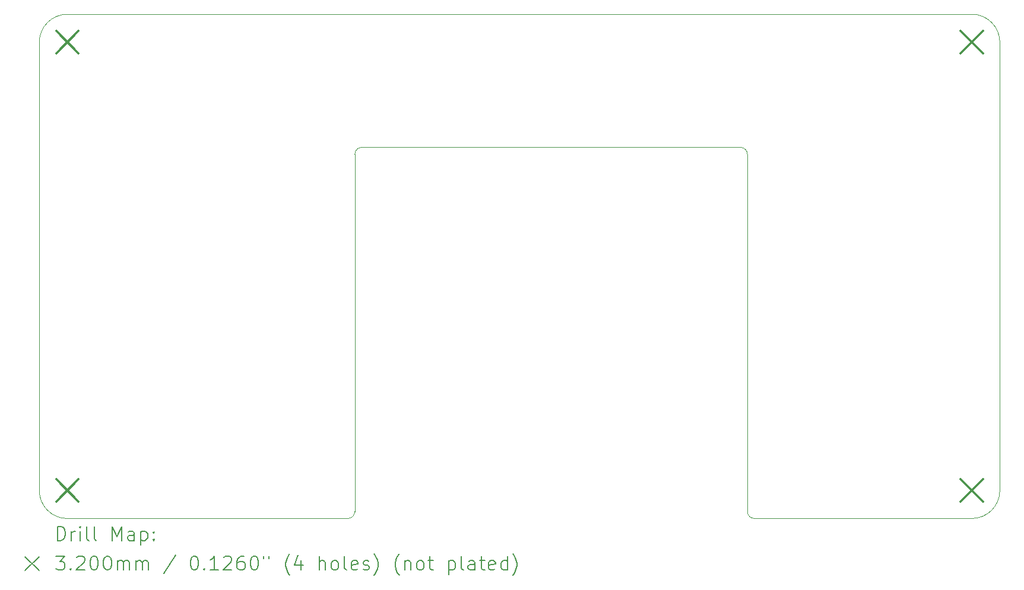
<source format=gbr>
%TF.GenerationSoftware,KiCad,Pcbnew,8.0.5*%
%TF.CreationDate,2025-01-01T12:05:07+09:00*%
%TF.ProjectId,NERD-HPC_CASE_B,4e455244-2d48-4504-935f-434153455f42,rev?*%
%TF.SameCoordinates,Original*%
%TF.FileFunction,Drillmap*%
%TF.FilePolarity,Positive*%
%FSLAX45Y45*%
G04 Gerber Fmt 4.5, Leading zero omitted, Abs format (unit mm)*
G04 Created by KiCad (PCBNEW 8.0.5) date 2025-01-01 12:05:07*
%MOMM*%
%LPD*%
G01*
G04 APERTURE LIST*
%ADD10C,0.050000*%
%ADD11C,0.200000*%
%ADD12C,0.320000*%
G04 APERTURE END LIST*
D10*
X17200000Y-13200000D02*
G75*
G02*
X17100000Y-13100000I0J100000D01*
G01*
X7000000Y-6400000D02*
X7000000Y-12800000D01*
X11500000Y-13100000D02*
G75*
G02*
X11400000Y-13200000I-100000J0D01*
G01*
X17100000Y-8000000D02*
X17100000Y-13100000D01*
X11500000Y-8000000D02*
G75*
G02*
X11600000Y-7900000I100000J0D01*
G01*
X7400000Y-13200000D02*
X11400000Y-13200000D01*
X20300000Y-6000000D02*
G75*
G02*
X20700000Y-6400000I0J-400000D01*
G01*
X11600000Y-7900000D02*
X17000000Y-7900000D01*
X20700000Y-12800000D02*
X20700000Y-6400000D01*
X20300000Y-6000000D02*
X7400000Y-6000000D01*
X17200000Y-13200000D02*
X20300000Y-13200000D01*
X7400000Y-13200000D02*
G75*
G02*
X7000000Y-12800000I0J400000D01*
G01*
X20700000Y-12800000D02*
G75*
G02*
X20300000Y-13200000I-400000J0D01*
G01*
X7000000Y-6400000D02*
G75*
G02*
X7400000Y-6000000I400000J0D01*
G01*
X17000000Y-7900000D02*
G75*
G02*
X17100000Y-8000000I0J-100000D01*
G01*
X11500000Y-13100000D02*
X11500000Y-8000000D01*
D11*
D12*
X7240000Y-6240000D02*
X7560000Y-6560000D01*
X7560000Y-6240000D02*
X7240000Y-6560000D01*
X7240000Y-12640000D02*
X7560000Y-12960000D01*
X7560000Y-12640000D02*
X7240000Y-12960000D01*
X20140000Y-6240000D02*
X20460000Y-6560000D01*
X20460000Y-6240000D02*
X20140000Y-6560000D01*
X20140000Y-12640000D02*
X20460000Y-12960000D01*
X20460000Y-12640000D02*
X20140000Y-12960000D01*
D11*
X7258277Y-13513984D02*
X7258277Y-13313984D01*
X7258277Y-13313984D02*
X7305896Y-13313984D01*
X7305896Y-13313984D02*
X7334467Y-13323508D01*
X7334467Y-13323508D02*
X7353515Y-13342555D01*
X7353515Y-13342555D02*
X7363039Y-13361603D01*
X7363039Y-13361603D02*
X7372562Y-13399698D01*
X7372562Y-13399698D02*
X7372562Y-13428269D01*
X7372562Y-13428269D02*
X7363039Y-13466365D01*
X7363039Y-13466365D02*
X7353515Y-13485412D01*
X7353515Y-13485412D02*
X7334467Y-13504460D01*
X7334467Y-13504460D02*
X7305896Y-13513984D01*
X7305896Y-13513984D02*
X7258277Y-13513984D01*
X7458277Y-13513984D02*
X7458277Y-13380650D01*
X7458277Y-13418746D02*
X7467801Y-13399698D01*
X7467801Y-13399698D02*
X7477324Y-13390174D01*
X7477324Y-13390174D02*
X7496372Y-13380650D01*
X7496372Y-13380650D02*
X7515420Y-13380650D01*
X7582086Y-13513984D02*
X7582086Y-13380650D01*
X7582086Y-13313984D02*
X7572562Y-13323508D01*
X7572562Y-13323508D02*
X7582086Y-13333031D01*
X7582086Y-13333031D02*
X7591610Y-13323508D01*
X7591610Y-13323508D02*
X7582086Y-13313984D01*
X7582086Y-13313984D02*
X7582086Y-13333031D01*
X7705896Y-13513984D02*
X7686848Y-13504460D01*
X7686848Y-13504460D02*
X7677324Y-13485412D01*
X7677324Y-13485412D02*
X7677324Y-13313984D01*
X7810658Y-13513984D02*
X7791610Y-13504460D01*
X7791610Y-13504460D02*
X7782086Y-13485412D01*
X7782086Y-13485412D02*
X7782086Y-13313984D01*
X8039229Y-13513984D02*
X8039229Y-13313984D01*
X8039229Y-13313984D02*
X8105896Y-13456841D01*
X8105896Y-13456841D02*
X8172562Y-13313984D01*
X8172562Y-13313984D02*
X8172562Y-13513984D01*
X8353515Y-13513984D02*
X8353515Y-13409222D01*
X8353515Y-13409222D02*
X8343991Y-13390174D01*
X8343991Y-13390174D02*
X8324943Y-13380650D01*
X8324943Y-13380650D02*
X8286848Y-13380650D01*
X8286848Y-13380650D02*
X8267801Y-13390174D01*
X8353515Y-13504460D02*
X8334467Y-13513984D01*
X8334467Y-13513984D02*
X8286848Y-13513984D01*
X8286848Y-13513984D02*
X8267801Y-13504460D01*
X8267801Y-13504460D02*
X8258277Y-13485412D01*
X8258277Y-13485412D02*
X8258277Y-13466365D01*
X8258277Y-13466365D02*
X8267801Y-13447317D01*
X8267801Y-13447317D02*
X8286848Y-13437793D01*
X8286848Y-13437793D02*
X8334467Y-13437793D01*
X8334467Y-13437793D02*
X8353515Y-13428269D01*
X8448753Y-13380650D02*
X8448753Y-13580650D01*
X8448753Y-13390174D02*
X8467801Y-13380650D01*
X8467801Y-13380650D02*
X8505896Y-13380650D01*
X8505896Y-13380650D02*
X8524944Y-13390174D01*
X8524944Y-13390174D02*
X8534467Y-13399698D01*
X8534467Y-13399698D02*
X8543991Y-13418746D01*
X8543991Y-13418746D02*
X8543991Y-13475888D01*
X8543991Y-13475888D02*
X8534467Y-13494936D01*
X8534467Y-13494936D02*
X8524944Y-13504460D01*
X8524944Y-13504460D02*
X8505896Y-13513984D01*
X8505896Y-13513984D02*
X8467801Y-13513984D01*
X8467801Y-13513984D02*
X8448753Y-13504460D01*
X8629705Y-13494936D02*
X8639229Y-13504460D01*
X8639229Y-13504460D02*
X8629705Y-13513984D01*
X8629705Y-13513984D02*
X8620182Y-13504460D01*
X8620182Y-13504460D02*
X8629705Y-13494936D01*
X8629705Y-13494936D02*
X8629705Y-13513984D01*
X8629705Y-13390174D02*
X8639229Y-13399698D01*
X8639229Y-13399698D02*
X8629705Y-13409222D01*
X8629705Y-13409222D02*
X8620182Y-13399698D01*
X8620182Y-13399698D02*
X8629705Y-13390174D01*
X8629705Y-13390174D02*
X8629705Y-13409222D01*
X6797500Y-13742500D02*
X6997500Y-13942500D01*
X6997500Y-13742500D02*
X6797500Y-13942500D01*
X7239229Y-13733984D02*
X7363039Y-13733984D01*
X7363039Y-13733984D02*
X7296372Y-13810174D01*
X7296372Y-13810174D02*
X7324943Y-13810174D01*
X7324943Y-13810174D02*
X7343991Y-13819698D01*
X7343991Y-13819698D02*
X7353515Y-13829222D01*
X7353515Y-13829222D02*
X7363039Y-13848269D01*
X7363039Y-13848269D02*
X7363039Y-13895888D01*
X7363039Y-13895888D02*
X7353515Y-13914936D01*
X7353515Y-13914936D02*
X7343991Y-13924460D01*
X7343991Y-13924460D02*
X7324943Y-13933984D01*
X7324943Y-13933984D02*
X7267801Y-13933984D01*
X7267801Y-13933984D02*
X7248753Y-13924460D01*
X7248753Y-13924460D02*
X7239229Y-13914936D01*
X7448753Y-13914936D02*
X7458277Y-13924460D01*
X7458277Y-13924460D02*
X7448753Y-13933984D01*
X7448753Y-13933984D02*
X7439229Y-13924460D01*
X7439229Y-13924460D02*
X7448753Y-13914936D01*
X7448753Y-13914936D02*
X7448753Y-13933984D01*
X7534467Y-13753031D02*
X7543991Y-13743508D01*
X7543991Y-13743508D02*
X7563039Y-13733984D01*
X7563039Y-13733984D02*
X7610658Y-13733984D01*
X7610658Y-13733984D02*
X7629705Y-13743508D01*
X7629705Y-13743508D02*
X7639229Y-13753031D01*
X7639229Y-13753031D02*
X7648753Y-13772079D01*
X7648753Y-13772079D02*
X7648753Y-13791127D01*
X7648753Y-13791127D02*
X7639229Y-13819698D01*
X7639229Y-13819698D02*
X7524943Y-13933984D01*
X7524943Y-13933984D02*
X7648753Y-13933984D01*
X7772562Y-13733984D02*
X7791610Y-13733984D01*
X7791610Y-13733984D02*
X7810658Y-13743508D01*
X7810658Y-13743508D02*
X7820182Y-13753031D01*
X7820182Y-13753031D02*
X7829705Y-13772079D01*
X7829705Y-13772079D02*
X7839229Y-13810174D01*
X7839229Y-13810174D02*
X7839229Y-13857793D01*
X7839229Y-13857793D02*
X7829705Y-13895888D01*
X7829705Y-13895888D02*
X7820182Y-13914936D01*
X7820182Y-13914936D02*
X7810658Y-13924460D01*
X7810658Y-13924460D02*
X7791610Y-13933984D01*
X7791610Y-13933984D02*
X7772562Y-13933984D01*
X7772562Y-13933984D02*
X7753515Y-13924460D01*
X7753515Y-13924460D02*
X7743991Y-13914936D01*
X7743991Y-13914936D02*
X7734467Y-13895888D01*
X7734467Y-13895888D02*
X7724943Y-13857793D01*
X7724943Y-13857793D02*
X7724943Y-13810174D01*
X7724943Y-13810174D02*
X7734467Y-13772079D01*
X7734467Y-13772079D02*
X7743991Y-13753031D01*
X7743991Y-13753031D02*
X7753515Y-13743508D01*
X7753515Y-13743508D02*
X7772562Y-13733984D01*
X7963039Y-13733984D02*
X7982086Y-13733984D01*
X7982086Y-13733984D02*
X8001134Y-13743508D01*
X8001134Y-13743508D02*
X8010658Y-13753031D01*
X8010658Y-13753031D02*
X8020182Y-13772079D01*
X8020182Y-13772079D02*
X8029705Y-13810174D01*
X8029705Y-13810174D02*
X8029705Y-13857793D01*
X8029705Y-13857793D02*
X8020182Y-13895888D01*
X8020182Y-13895888D02*
X8010658Y-13914936D01*
X8010658Y-13914936D02*
X8001134Y-13924460D01*
X8001134Y-13924460D02*
X7982086Y-13933984D01*
X7982086Y-13933984D02*
X7963039Y-13933984D01*
X7963039Y-13933984D02*
X7943991Y-13924460D01*
X7943991Y-13924460D02*
X7934467Y-13914936D01*
X7934467Y-13914936D02*
X7924943Y-13895888D01*
X7924943Y-13895888D02*
X7915420Y-13857793D01*
X7915420Y-13857793D02*
X7915420Y-13810174D01*
X7915420Y-13810174D02*
X7924943Y-13772079D01*
X7924943Y-13772079D02*
X7934467Y-13753031D01*
X7934467Y-13753031D02*
X7943991Y-13743508D01*
X7943991Y-13743508D02*
X7963039Y-13733984D01*
X8115420Y-13933984D02*
X8115420Y-13800650D01*
X8115420Y-13819698D02*
X8124943Y-13810174D01*
X8124943Y-13810174D02*
X8143991Y-13800650D01*
X8143991Y-13800650D02*
X8172563Y-13800650D01*
X8172563Y-13800650D02*
X8191610Y-13810174D01*
X8191610Y-13810174D02*
X8201134Y-13829222D01*
X8201134Y-13829222D02*
X8201134Y-13933984D01*
X8201134Y-13829222D02*
X8210658Y-13810174D01*
X8210658Y-13810174D02*
X8229705Y-13800650D01*
X8229705Y-13800650D02*
X8258277Y-13800650D01*
X8258277Y-13800650D02*
X8277324Y-13810174D01*
X8277324Y-13810174D02*
X8286848Y-13829222D01*
X8286848Y-13829222D02*
X8286848Y-13933984D01*
X8382086Y-13933984D02*
X8382086Y-13800650D01*
X8382086Y-13819698D02*
X8391610Y-13810174D01*
X8391610Y-13810174D02*
X8410658Y-13800650D01*
X8410658Y-13800650D02*
X8439229Y-13800650D01*
X8439229Y-13800650D02*
X8458277Y-13810174D01*
X8458277Y-13810174D02*
X8467801Y-13829222D01*
X8467801Y-13829222D02*
X8467801Y-13933984D01*
X8467801Y-13829222D02*
X8477325Y-13810174D01*
X8477325Y-13810174D02*
X8496372Y-13800650D01*
X8496372Y-13800650D02*
X8524944Y-13800650D01*
X8524944Y-13800650D02*
X8543991Y-13810174D01*
X8543991Y-13810174D02*
X8553515Y-13829222D01*
X8553515Y-13829222D02*
X8553515Y-13933984D01*
X8943991Y-13724460D02*
X8772563Y-13981603D01*
X9201134Y-13733984D02*
X9220182Y-13733984D01*
X9220182Y-13733984D02*
X9239229Y-13743508D01*
X9239229Y-13743508D02*
X9248753Y-13753031D01*
X9248753Y-13753031D02*
X9258277Y-13772079D01*
X9258277Y-13772079D02*
X9267801Y-13810174D01*
X9267801Y-13810174D02*
X9267801Y-13857793D01*
X9267801Y-13857793D02*
X9258277Y-13895888D01*
X9258277Y-13895888D02*
X9248753Y-13914936D01*
X9248753Y-13914936D02*
X9239229Y-13924460D01*
X9239229Y-13924460D02*
X9220182Y-13933984D01*
X9220182Y-13933984D02*
X9201134Y-13933984D01*
X9201134Y-13933984D02*
X9182087Y-13924460D01*
X9182087Y-13924460D02*
X9172563Y-13914936D01*
X9172563Y-13914936D02*
X9163039Y-13895888D01*
X9163039Y-13895888D02*
X9153515Y-13857793D01*
X9153515Y-13857793D02*
X9153515Y-13810174D01*
X9153515Y-13810174D02*
X9163039Y-13772079D01*
X9163039Y-13772079D02*
X9172563Y-13753031D01*
X9172563Y-13753031D02*
X9182087Y-13743508D01*
X9182087Y-13743508D02*
X9201134Y-13733984D01*
X9353515Y-13914936D02*
X9363039Y-13924460D01*
X9363039Y-13924460D02*
X9353515Y-13933984D01*
X9353515Y-13933984D02*
X9343991Y-13924460D01*
X9343991Y-13924460D02*
X9353515Y-13914936D01*
X9353515Y-13914936D02*
X9353515Y-13933984D01*
X9553515Y-13933984D02*
X9439229Y-13933984D01*
X9496372Y-13933984D02*
X9496372Y-13733984D01*
X9496372Y-13733984D02*
X9477325Y-13762555D01*
X9477325Y-13762555D02*
X9458277Y-13781603D01*
X9458277Y-13781603D02*
X9439229Y-13791127D01*
X9629706Y-13753031D02*
X9639229Y-13743508D01*
X9639229Y-13743508D02*
X9658277Y-13733984D01*
X9658277Y-13733984D02*
X9705896Y-13733984D01*
X9705896Y-13733984D02*
X9724944Y-13743508D01*
X9724944Y-13743508D02*
X9734468Y-13753031D01*
X9734468Y-13753031D02*
X9743991Y-13772079D01*
X9743991Y-13772079D02*
X9743991Y-13791127D01*
X9743991Y-13791127D02*
X9734468Y-13819698D01*
X9734468Y-13819698D02*
X9620182Y-13933984D01*
X9620182Y-13933984D02*
X9743991Y-13933984D01*
X9915420Y-13733984D02*
X9877325Y-13733984D01*
X9877325Y-13733984D02*
X9858277Y-13743508D01*
X9858277Y-13743508D02*
X9848753Y-13753031D01*
X9848753Y-13753031D02*
X9829706Y-13781603D01*
X9829706Y-13781603D02*
X9820182Y-13819698D01*
X9820182Y-13819698D02*
X9820182Y-13895888D01*
X9820182Y-13895888D02*
X9829706Y-13914936D01*
X9829706Y-13914936D02*
X9839229Y-13924460D01*
X9839229Y-13924460D02*
X9858277Y-13933984D01*
X9858277Y-13933984D02*
X9896372Y-13933984D01*
X9896372Y-13933984D02*
X9915420Y-13924460D01*
X9915420Y-13924460D02*
X9924944Y-13914936D01*
X9924944Y-13914936D02*
X9934468Y-13895888D01*
X9934468Y-13895888D02*
X9934468Y-13848269D01*
X9934468Y-13848269D02*
X9924944Y-13829222D01*
X9924944Y-13829222D02*
X9915420Y-13819698D01*
X9915420Y-13819698D02*
X9896372Y-13810174D01*
X9896372Y-13810174D02*
X9858277Y-13810174D01*
X9858277Y-13810174D02*
X9839229Y-13819698D01*
X9839229Y-13819698D02*
X9829706Y-13829222D01*
X9829706Y-13829222D02*
X9820182Y-13848269D01*
X10058277Y-13733984D02*
X10077325Y-13733984D01*
X10077325Y-13733984D02*
X10096372Y-13743508D01*
X10096372Y-13743508D02*
X10105896Y-13753031D01*
X10105896Y-13753031D02*
X10115420Y-13772079D01*
X10115420Y-13772079D02*
X10124944Y-13810174D01*
X10124944Y-13810174D02*
X10124944Y-13857793D01*
X10124944Y-13857793D02*
X10115420Y-13895888D01*
X10115420Y-13895888D02*
X10105896Y-13914936D01*
X10105896Y-13914936D02*
X10096372Y-13924460D01*
X10096372Y-13924460D02*
X10077325Y-13933984D01*
X10077325Y-13933984D02*
X10058277Y-13933984D01*
X10058277Y-13933984D02*
X10039229Y-13924460D01*
X10039229Y-13924460D02*
X10029706Y-13914936D01*
X10029706Y-13914936D02*
X10020182Y-13895888D01*
X10020182Y-13895888D02*
X10010658Y-13857793D01*
X10010658Y-13857793D02*
X10010658Y-13810174D01*
X10010658Y-13810174D02*
X10020182Y-13772079D01*
X10020182Y-13772079D02*
X10029706Y-13753031D01*
X10029706Y-13753031D02*
X10039229Y-13743508D01*
X10039229Y-13743508D02*
X10058277Y-13733984D01*
X10201134Y-13733984D02*
X10201134Y-13772079D01*
X10277325Y-13733984D02*
X10277325Y-13772079D01*
X10572563Y-14010174D02*
X10563039Y-14000650D01*
X10563039Y-14000650D02*
X10543991Y-13972079D01*
X10543991Y-13972079D02*
X10534468Y-13953031D01*
X10534468Y-13953031D02*
X10524944Y-13924460D01*
X10524944Y-13924460D02*
X10515420Y-13876841D01*
X10515420Y-13876841D02*
X10515420Y-13838746D01*
X10515420Y-13838746D02*
X10524944Y-13791127D01*
X10524944Y-13791127D02*
X10534468Y-13762555D01*
X10534468Y-13762555D02*
X10543991Y-13743508D01*
X10543991Y-13743508D02*
X10563039Y-13714936D01*
X10563039Y-13714936D02*
X10572563Y-13705412D01*
X10734468Y-13800650D02*
X10734468Y-13933984D01*
X10686849Y-13724460D02*
X10639230Y-13867317D01*
X10639230Y-13867317D02*
X10763039Y-13867317D01*
X10991611Y-13933984D02*
X10991611Y-13733984D01*
X11077325Y-13933984D02*
X11077325Y-13829222D01*
X11077325Y-13829222D02*
X11067801Y-13810174D01*
X11067801Y-13810174D02*
X11048753Y-13800650D01*
X11048753Y-13800650D02*
X11020182Y-13800650D01*
X11020182Y-13800650D02*
X11001134Y-13810174D01*
X11001134Y-13810174D02*
X10991611Y-13819698D01*
X11201134Y-13933984D02*
X11182087Y-13924460D01*
X11182087Y-13924460D02*
X11172563Y-13914936D01*
X11172563Y-13914936D02*
X11163039Y-13895888D01*
X11163039Y-13895888D02*
X11163039Y-13838746D01*
X11163039Y-13838746D02*
X11172563Y-13819698D01*
X11172563Y-13819698D02*
X11182087Y-13810174D01*
X11182087Y-13810174D02*
X11201134Y-13800650D01*
X11201134Y-13800650D02*
X11229706Y-13800650D01*
X11229706Y-13800650D02*
X11248753Y-13810174D01*
X11248753Y-13810174D02*
X11258277Y-13819698D01*
X11258277Y-13819698D02*
X11267801Y-13838746D01*
X11267801Y-13838746D02*
X11267801Y-13895888D01*
X11267801Y-13895888D02*
X11258277Y-13914936D01*
X11258277Y-13914936D02*
X11248753Y-13924460D01*
X11248753Y-13924460D02*
X11229706Y-13933984D01*
X11229706Y-13933984D02*
X11201134Y-13933984D01*
X11382087Y-13933984D02*
X11363039Y-13924460D01*
X11363039Y-13924460D02*
X11353515Y-13905412D01*
X11353515Y-13905412D02*
X11353515Y-13733984D01*
X11534468Y-13924460D02*
X11515420Y-13933984D01*
X11515420Y-13933984D02*
X11477325Y-13933984D01*
X11477325Y-13933984D02*
X11458277Y-13924460D01*
X11458277Y-13924460D02*
X11448753Y-13905412D01*
X11448753Y-13905412D02*
X11448753Y-13829222D01*
X11448753Y-13829222D02*
X11458277Y-13810174D01*
X11458277Y-13810174D02*
X11477325Y-13800650D01*
X11477325Y-13800650D02*
X11515420Y-13800650D01*
X11515420Y-13800650D02*
X11534468Y-13810174D01*
X11534468Y-13810174D02*
X11543991Y-13829222D01*
X11543991Y-13829222D02*
X11543991Y-13848269D01*
X11543991Y-13848269D02*
X11448753Y-13867317D01*
X11620182Y-13924460D02*
X11639230Y-13933984D01*
X11639230Y-13933984D02*
X11677325Y-13933984D01*
X11677325Y-13933984D02*
X11696372Y-13924460D01*
X11696372Y-13924460D02*
X11705896Y-13905412D01*
X11705896Y-13905412D02*
X11705896Y-13895888D01*
X11705896Y-13895888D02*
X11696372Y-13876841D01*
X11696372Y-13876841D02*
X11677325Y-13867317D01*
X11677325Y-13867317D02*
X11648753Y-13867317D01*
X11648753Y-13867317D02*
X11629706Y-13857793D01*
X11629706Y-13857793D02*
X11620182Y-13838746D01*
X11620182Y-13838746D02*
X11620182Y-13829222D01*
X11620182Y-13829222D02*
X11629706Y-13810174D01*
X11629706Y-13810174D02*
X11648753Y-13800650D01*
X11648753Y-13800650D02*
X11677325Y-13800650D01*
X11677325Y-13800650D02*
X11696372Y-13810174D01*
X11772563Y-14010174D02*
X11782087Y-14000650D01*
X11782087Y-14000650D02*
X11801134Y-13972079D01*
X11801134Y-13972079D02*
X11810658Y-13953031D01*
X11810658Y-13953031D02*
X11820182Y-13924460D01*
X11820182Y-13924460D02*
X11829706Y-13876841D01*
X11829706Y-13876841D02*
X11829706Y-13838746D01*
X11829706Y-13838746D02*
X11820182Y-13791127D01*
X11820182Y-13791127D02*
X11810658Y-13762555D01*
X11810658Y-13762555D02*
X11801134Y-13743508D01*
X11801134Y-13743508D02*
X11782087Y-13714936D01*
X11782087Y-13714936D02*
X11772563Y-13705412D01*
X12134468Y-14010174D02*
X12124944Y-14000650D01*
X12124944Y-14000650D02*
X12105896Y-13972079D01*
X12105896Y-13972079D02*
X12096372Y-13953031D01*
X12096372Y-13953031D02*
X12086849Y-13924460D01*
X12086849Y-13924460D02*
X12077325Y-13876841D01*
X12077325Y-13876841D02*
X12077325Y-13838746D01*
X12077325Y-13838746D02*
X12086849Y-13791127D01*
X12086849Y-13791127D02*
X12096372Y-13762555D01*
X12096372Y-13762555D02*
X12105896Y-13743508D01*
X12105896Y-13743508D02*
X12124944Y-13714936D01*
X12124944Y-13714936D02*
X12134468Y-13705412D01*
X12210658Y-13800650D02*
X12210658Y-13933984D01*
X12210658Y-13819698D02*
X12220182Y-13810174D01*
X12220182Y-13810174D02*
X12239230Y-13800650D01*
X12239230Y-13800650D02*
X12267801Y-13800650D01*
X12267801Y-13800650D02*
X12286849Y-13810174D01*
X12286849Y-13810174D02*
X12296372Y-13829222D01*
X12296372Y-13829222D02*
X12296372Y-13933984D01*
X12420182Y-13933984D02*
X12401134Y-13924460D01*
X12401134Y-13924460D02*
X12391611Y-13914936D01*
X12391611Y-13914936D02*
X12382087Y-13895888D01*
X12382087Y-13895888D02*
X12382087Y-13838746D01*
X12382087Y-13838746D02*
X12391611Y-13819698D01*
X12391611Y-13819698D02*
X12401134Y-13810174D01*
X12401134Y-13810174D02*
X12420182Y-13800650D01*
X12420182Y-13800650D02*
X12448753Y-13800650D01*
X12448753Y-13800650D02*
X12467801Y-13810174D01*
X12467801Y-13810174D02*
X12477325Y-13819698D01*
X12477325Y-13819698D02*
X12486849Y-13838746D01*
X12486849Y-13838746D02*
X12486849Y-13895888D01*
X12486849Y-13895888D02*
X12477325Y-13914936D01*
X12477325Y-13914936D02*
X12467801Y-13924460D01*
X12467801Y-13924460D02*
X12448753Y-13933984D01*
X12448753Y-13933984D02*
X12420182Y-13933984D01*
X12543992Y-13800650D02*
X12620182Y-13800650D01*
X12572563Y-13733984D02*
X12572563Y-13905412D01*
X12572563Y-13905412D02*
X12582087Y-13924460D01*
X12582087Y-13924460D02*
X12601134Y-13933984D01*
X12601134Y-13933984D02*
X12620182Y-13933984D01*
X12839230Y-13800650D02*
X12839230Y-14000650D01*
X12839230Y-13810174D02*
X12858277Y-13800650D01*
X12858277Y-13800650D02*
X12896373Y-13800650D01*
X12896373Y-13800650D02*
X12915420Y-13810174D01*
X12915420Y-13810174D02*
X12924944Y-13819698D01*
X12924944Y-13819698D02*
X12934468Y-13838746D01*
X12934468Y-13838746D02*
X12934468Y-13895888D01*
X12934468Y-13895888D02*
X12924944Y-13914936D01*
X12924944Y-13914936D02*
X12915420Y-13924460D01*
X12915420Y-13924460D02*
X12896373Y-13933984D01*
X12896373Y-13933984D02*
X12858277Y-13933984D01*
X12858277Y-13933984D02*
X12839230Y-13924460D01*
X13048753Y-13933984D02*
X13029706Y-13924460D01*
X13029706Y-13924460D02*
X13020182Y-13905412D01*
X13020182Y-13905412D02*
X13020182Y-13733984D01*
X13210658Y-13933984D02*
X13210658Y-13829222D01*
X13210658Y-13829222D02*
X13201134Y-13810174D01*
X13201134Y-13810174D02*
X13182087Y-13800650D01*
X13182087Y-13800650D02*
X13143992Y-13800650D01*
X13143992Y-13800650D02*
X13124944Y-13810174D01*
X13210658Y-13924460D02*
X13191611Y-13933984D01*
X13191611Y-13933984D02*
X13143992Y-13933984D01*
X13143992Y-13933984D02*
X13124944Y-13924460D01*
X13124944Y-13924460D02*
X13115420Y-13905412D01*
X13115420Y-13905412D02*
X13115420Y-13886365D01*
X13115420Y-13886365D02*
X13124944Y-13867317D01*
X13124944Y-13867317D02*
X13143992Y-13857793D01*
X13143992Y-13857793D02*
X13191611Y-13857793D01*
X13191611Y-13857793D02*
X13210658Y-13848269D01*
X13277325Y-13800650D02*
X13353515Y-13800650D01*
X13305896Y-13733984D02*
X13305896Y-13905412D01*
X13305896Y-13905412D02*
X13315420Y-13924460D01*
X13315420Y-13924460D02*
X13334468Y-13933984D01*
X13334468Y-13933984D02*
X13353515Y-13933984D01*
X13496373Y-13924460D02*
X13477325Y-13933984D01*
X13477325Y-13933984D02*
X13439230Y-13933984D01*
X13439230Y-13933984D02*
X13420182Y-13924460D01*
X13420182Y-13924460D02*
X13410658Y-13905412D01*
X13410658Y-13905412D02*
X13410658Y-13829222D01*
X13410658Y-13829222D02*
X13420182Y-13810174D01*
X13420182Y-13810174D02*
X13439230Y-13800650D01*
X13439230Y-13800650D02*
X13477325Y-13800650D01*
X13477325Y-13800650D02*
X13496373Y-13810174D01*
X13496373Y-13810174D02*
X13505896Y-13829222D01*
X13505896Y-13829222D02*
X13505896Y-13848269D01*
X13505896Y-13848269D02*
X13410658Y-13867317D01*
X13677325Y-13933984D02*
X13677325Y-13733984D01*
X13677325Y-13924460D02*
X13658277Y-13933984D01*
X13658277Y-13933984D02*
X13620182Y-13933984D01*
X13620182Y-13933984D02*
X13601134Y-13924460D01*
X13601134Y-13924460D02*
X13591611Y-13914936D01*
X13591611Y-13914936D02*
X13582087Y-13895888D01*
X13582087Y-13895888D02*
X13582087Y-13838746D01*
X13582087Y-13838746D02*
X13591611Y-13819698D01*
X13591611Y-13819698D02*
X13601134Y-13810174D01*
X13601134Y-13810174D02*
X13620182Y-13800650D01*
X13620182Y-13800650D02*
X13658277Y-13800650D01*
X13658277Y-13800650D02*
X13677325Y-13810174D01*
X13753515Y-14010174D02*
X13763039Y-14000650D01*
X13763039Y-14000650D02*
X13782087Y-13972079D01*
X13782087Y-13972079D02*
X13791611Y-13953031D01*
X13791611Y-13953031D02*
X13801134Y-13924460D01*
X13801134Y-13924460D02*
X13810658Y-13876841D01*
X13810658Y-13876841D02*
X13810658Y-13838746D01*
X13810658Y-13838746D02*
X13801134Y-13791127D01*
X13801134Y-13791127D02*
X13791611Y-13762555D01*
X13791611Y-13762555D02*
X13782087Y-13743508D01*
X13782087Y-13743508D02*
X13763039Y-13714936D01*
X13763039Y-13714936D02*
X13753515Y-13705412D01*
M02*

</source>
